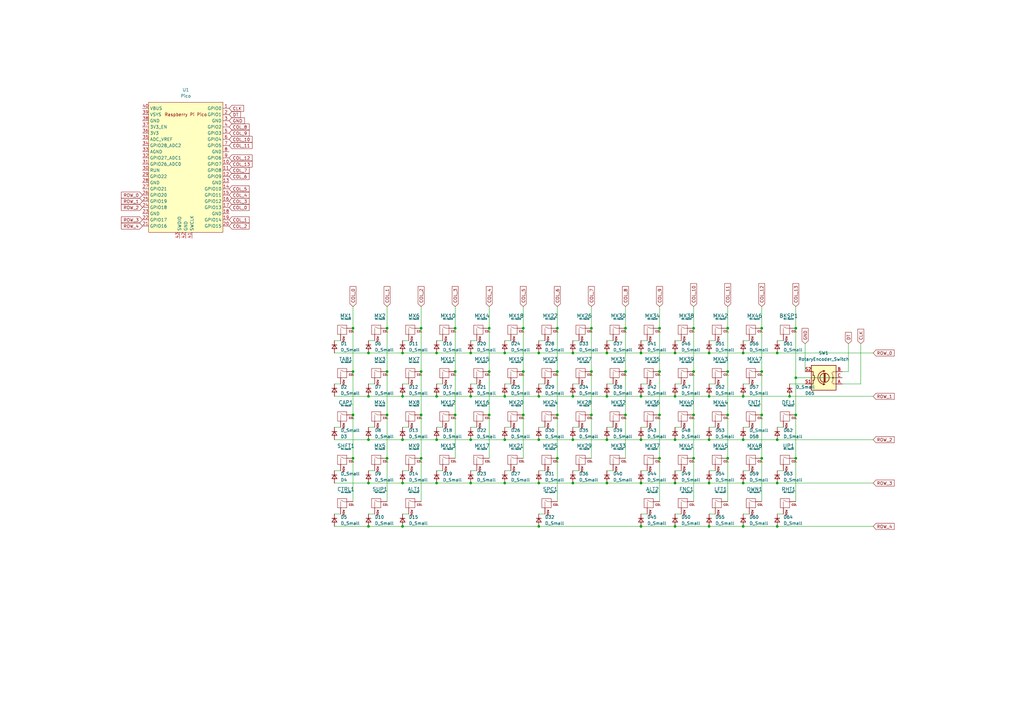
<source format=kicad_sch>
(kicad_sch (version 20211123) (generator eeschema)
  (paper "A3")
  (title_block (title "Orions Hands") (date "2022-10-07") (rev "1.0") (company "Aleksas Girenas"))
  (junction (at 220.98 215.9))
  (junction (at 298.45 134.62))
  (junction (at 207.01 162.56))
  (junction (at 144.78 187.96))
  (junction (at 248.92 198.12))
  (junction (at 248.92 162.56))
  (junction (at 262.89 198.12))
  (junction (at 220.98 198.12))
  (junction (at 242.57 134.62))
  (junction (at 144.78 134.62))
  (junction (at 298.45 152.4))
  (junction (at 165.1 162.56))
  (junction (at 193.04 162.56))
  (junction (at 165.1 215.9))
  (junction (at 318.77 144.78))
  (junction (at 151.13 215.9))
  (junction (at 270.51 152.4))
  (junction (at 256.54 134.62))
  (junction (at 326.39 187.96))
  (junction (at 276.86 180.34))
  (junction (at 312.42 187.96))
  (junction (at 270.51 170.18))
  (junction (at 326.39 154.94))
  (junction (at 228.6 152.4))
  (junction (at 270.51 187.96))
  (junction (at 304.8 162.56))
  (junction (at 262.89 215.9))
  (junction (at 276.86 198.12))
  (junction (at 186.69 134.62))
  (junction (at 144.78 170.18))
  (junction (at 276.86 144.78))
  (junction (at 207.01 198.12))
  (junction (at 312.42 134.62))
  (junction (at 234.95 198.12))
  (junction (at 304.8 144.78))
  (junction (at 228.6 187.96))
  (junction (at 172.72 187.96))
  (junction (at 144.78 152.4))
  (junction (at 179.07 180.34))
  (junction (at 304.8 215.9))
  (junction (at 284.48 152.4))
  (junction (at 165.1 198.12))
  (junction (at 179.07 162.56))
  (junction (at 318.77 215.9))
  (junction (at 220.98 162.56))
  (junction (at 298.45 170.18))
  (junction (at 262.89 180.34))
  (junction (at 234.95 180.34))
  (junction (at 242.57 152.4))
  (junction (at 193.04 180.34))
  (junction (at 165.1 180.34))
  (junction (at 248.92 180.34))
  (junction (at 234.95 144.78))
  (junction (at 284.48 134.62))
  (junction (at 326.39 170.18))
  (junction (at 290.83 144.78))
  (junction (at 228.6 134.62))
  (junction (at 151.13 144.78))
  (junction (at 312.42 152.4))
  (junction (at 256.54 170.18))
  (junction (at 172.72 134.62))
  (junction (at 158.75 134.62))
  (junction (at 151.13 162.56))
  (junction (at 262.89 144.78))
  (junction (at 284.48 170.18))
  (junction (at 248.92 144.78))
  (junction (at 172.72 152.4))
  (junction (at 228.6 170.18))
  (junction (at 207.01 180.34))
  (junction (at 214.63 134.62))
  (junction (at 158.75 170.18))
  (junction (at 158.75 187.96))
  (junction (at 276.86 162.56))
  (junction (at 242.57 170.18))
  (junction (at 234.95 162.56))
  (junction (at 179.07 144.78))
  (junction (at 318.77 198.12))
  (junction (at 284.48 187.96))
  (junction (at 304.8 180.34))
  (junction (at 214.63 152.4))
  (junction (at 290.83 180.34))
  (junction (at 200.66 170.18))
  (junction (at 193.04 198.12))
  (junction (at 207.01 144.78))
  (junction (at 186.69 152.4))
  (junction (at 290.83 198.12))
  (junction (at 270.51 134.62))
  (junction (at 290.83 215.9))
  (junction (at 304.8 198.12))
  (junction (at 312.42 170.18))
  (junction (at 262.89 162.56))
  (junction (at 186.69 170.18))
  (junction (at 220.98 180.34))
  (junction (at 318.77 180.34))
  (junction (at 326.39 134.62))
  (junction (at 151.13 198.12))
  (junction (at 290.83 162.56))
  (junction (at 158.75 152.4))
  (junction (at 200.66 152.4))
  (junction (at 256.54 152.4))
  (junction (at 323.85 162.56))
  (junction (at 220.98 144.78))
  (junction (at 214.63 170.18))
  (junction (at 193.04 144.78))
  (junction (at 151.13 180.34))
  (junction (at 165.1 144.78))
  (junction (at 172.72 170.18))
  (junction (at 276.86 215.9))
  (junction (at 179.07 198.12))
  (junction (at 298.45 187.96))
  (junction (at 200.66 134.62))
  (wire (pts (xy 172.72 187.96) (xy 172.72 205.74)))
  (wire (pts (xy 290.83 210.82) (xy 293.37 210.82)))
  (wire (pts (xy 298.45 170.18) (xy 298.45 187.96)))
  (wire (pts (xy 179.07 144.78) (xy 193.04 144.78)))
  (wire (pts (xy 234.95 162.56) (xy 248.92 162.56)))
  (wire (pts (xy 179.07 157.48) (xy 181.61 157.48)))
  (wire (pts (xy 276.86 193.04) (xy 279.4 193.04)))
  (wire (pts (xy 318.77 180.34) (xy 358.14 180.34)))
  (wire (pts (xy 200.66 125.73) (xy 200.66 134.62)))
  (wire (pts (xy 270.51 152.4) (xy 270.51 170.18)))
  (wire (pts (xy 298.45 125.73) (xy 298.45 134.62)))
  (wire (pts (xy 158.75 134.62) (xy 158.75 152.4)))
  (wire (pts (xy 179.07 180.34) (xy 193.04 180.34)))
  (wire (pts (xy 284.48 152.4) (xy 284.48 170.18)))
  (wire (pts (xy 323.85 157.48) (xy 330.2 157.48)))
  (wire (pts (xy 276.86 198.12) (xy 290.83 198.12)))
  (wire (pts (xy 172.72 134.62) (xy 172.72 152.4)))
  (wire (pts (xy 200.66 152.4) (xy 200.66 170.18)))
  (wire (pts (xy 242.57 134.62) (xy 242.57 152.4)))
  (wire (pts (xy 345.44 152.4) (xy 347.98 152.4)))
  (wire (pts (xy 242.57 125.73) (xy 242.57 134.62)))
  (wire (pts (xy 186.69 134.62) (xy 186.69 152.4)))
  (wire (pts (xy 262.89 162.56) (xy 276.86 162.56)))
  (wire (pts (xy 220.98 162.56) (xy 234.95 162.56)))
  (wire (pts (xy 248.92 180.34) (xy 262.89 180.34)))
  (wire (pts (xy 326.39 170.18) (xy 326.39 187.96)))
  (wire (pts (xy 312.42 170.18) (xy 312.42 187.96)))
  (wire (pts (xy 207.01 180.34) (xy 220.98 180.34)))
  (wire (pts (xy 151.13 193.04) (xy 153.67 193.04)))
  (wire (pts (xy 304.8 193.04) (xy 307.34 193.04)))
  (wire (pts (xy 312.42 187.96) (xy 312.42 205.74)))
  (wire (pts (xy 345.44 157.48) (xy 353.06 157.48)))
  (wire (pts (xy 137.16 162.56) (xy 151.13 162.56)))
  (wire (pts (xy 151.13 210.82) (xy 153.67 210.82)))
  (wire (pts (xy 248.92 157.48) (xy 251.46 157.48)))
  (wire (pts (xy 234.95 198.12) (xy 248.92 198.12)))
  (wire (pts (xy 318.77 193.04) (xy 321.31 193.04)))
  (wire (pts (xy 228.6 134.62) (xy 228.6 152.4)))
  (wire (pts (xy 165.1 180.34) (xy 179.07 180.34)))
  (wire (pts (xy 290.83 139.7) (xy 293.37 139.7)))
  (wire (pts (xy 179.07 198.12) (xy 193.04 198.12)))
  (wire (pts (xy 326.39 125.73) (xy 326.39 134.62)))
  (wire (pts (xy 220.98 210.82) (xy 223.52 210.82)))
  (wire (pts (xy 323.85 162.56) (xy 358.14 162.56)))
  (wire (pts (xy 276.86 139.7) (xy 279.4 139.7)))
  (wire (pts (xy 304.8 215.9) (xy 318.77 215.9)))
  (wire (pts (xy 318.77 210.82) (xy 321.31 210.82)))
  (wire (pts (xy 290.83 175.26) (xy 293.37 175.26)))
  (wire (pts (xy 144.78 134.62) (xy 144.78 152.4)))
  (wire (pts (xy 347.98 140.97) (xy 347.98 152.4)))
  (wire (pts (xy 151.13 157.48) (xy 153.67 157.48)))
  (wire (pts (xy 326.39 154.94) (xy 326.39 170.18)))
  (wire (pts (xy 312.42 125.73) (xy 312.42 134.62)))
  (wire (pts (xy 276.86 144.78) (xy 290.83 144.78)))
  (wire (pts (xy 193.04 139.7) (xy 195.58 139.7)))
  (wire (pts (xy 144.78 152.4) (xy 144.78 170.18)))
  (wire (pts (xy 298.45 134.62) (xy 298.45 152.4)))
  (wire (pts (xy 193.04 193.04) (xy 195.58 193.04)))
  (wire (pts (xy 220.98 198.12) (xy 234.95 198.12)))
  (wire (pts (xy 304.8 198.12) (xy 318.77 198.12)))
  (wire (pts (xy 151.13 198.12) (xy 165.1 198.12)))
  (wire (pts (xy 262.89 215.9) (xy 276.86 215.9)))
  (wire (pts (xy 158.75 152.4) (xy 158.75 170.18)))
  (wire (pts (xy 137.16 193.04) (xy 139.7 193.04)))
  (wire (pts (xy 137.16 215.9) (xy 151.13 215.9)))
  (wire (pts (xy 276.86 175.26) (xy 279.4 175.26)))
  (wire (pts (xy 330.2 140.97) (xy 330.2 152.4)))
  (wire (pts (xy 248.92 162.56) (xy 262.89 162.56)))
  (wire (pts (xy 234.95 193.04) (xy 237.49 193.04)))
  (wire (pts (xy 304.8 210.82) (xy 307.34 210.82)))
  (wire (pts (xy 165.1 162.56) (xy 179.07 162.56)))
  (wire (pts (xy 137.16 139.7) (xy 139.7 139.7)))
  (wire (pts (xy 290.83 180.34) (xy 304.8 180.34)))
  (wire (pts (xy 214.63 125.73) (xy 214.63 134.62)))
  (wire (pts (xy 207.01 162.56) (xy 220.98 162.56)))
  (wire (pts (xy 290.83 162.56) (xy 304.8 162.56)))
  (wire (pts (xy 358.14 198.12) (xy 318.77 198.12)))
  (wire (pts (xy 158.75 125.73) (xy 158.75 134.62)))
  (wire (pts (xy 179.07 175.26) (xy 181.61 175.26)))
  (wire (pts (xy 262.89 193.04) (xy 265.43 193.04)))
  (wire (pts (xy 290.83 144.78) (xy 304.8 144.78)))
  (wire (pts (xy 220.98 180.34) (xy 234.95 180.34)))
  (wire (pts (xy 151.13 144.78) (xy 165.1 144.78)))
  (wire (pts (xy 353.06 140.97) (xy 353.06 157.48)))
  (wire (pts (xy 312.42 134.62) (xy 312.42 152.4)))
  (wire (pts (xy 144.78 125.73) (xy 144.78 134.62)))
  (wire (pts (xy 207.01 175.26) (xy 209.55 175.26)))
  (wire (pts (xy 207.01 193.04) (xy 209.55 193.04)))
  (wire (pts (xy 256.54 170.18) (xy 256.54 187.96)))
  (wire (pts (xy 193.04 175.26) (xy 195.58 175.26)))
  (wire (pts (xy 220.98 215.9) (xy 262.89 215.9)))
  (wire (pts (xy 137.16 210.82) (xy 139.7 210.82)))
  (wire (pts (xy 228.6 170.18) (xy 228.6 187.96)))
  (wire (pts (xy 137.16 144.78) (xy 151.13 144.78)))
  (wire (pts (xy 179.07 193.04) (xy 181.61 193.04)))
  (wire (pts (xy 220.98 157.48) (xy 223.52 157.48)))
  (wire (pts (xy 284.48 134.62) (xy 284.48 152.4)))
  (wire (pts (xy 270.51 187.96) (xy 270.51 205.74)))
  (wire (pts (xy 172.72 125.73) (xy 172.72 134.62)))
  (wire (pts (xy 234.95 175.26) (xy 237.49 175.26)))
  (wire (pts (xy 234.95 144.78) (xy 248.92 144.78)))
  (wire (pts (xy 207.01 157.48) (xy 209.55 157.48)))
  (wire (pts (xy 158.75 187.96) (xy 158.75 205.74)))
  (wire (pts (xy 318.77 180.34) (xy 304.8 180.34)))
  (wire (pts (xy 290.83 157.48) (xy 293.37 157.48)))
  (wire (pts (xy 270.51 125.73) (xy 270.51 134.62)))
  (wire (pts (xy 151.13 180.34) (xy 165.1 180.34)))
  (wire (pts (xy 234.95 157.48) (xy 237.49 157.48)))
  (wire (pts (xy 318.77 144.78) (xy 358.14 144.78)))
  (wire (pts (xy 193.04 198.12) (xy 207.01 198.12)))
  (wire (pts (xy 262.89 157.48) (xy 265.43 157.48)))
  (wire (pts (xy 186.69 170.18) (xy 186.69 187.96)))
  (wire (pts (xy 276.86 157.48) (xy 279.4 157.48)))
  (wire (pts (xy 193.04 144.78) (xy 207.01 144.78)))
  (wire (pts (xy 262.89 210.82) (xy 265.43 210.82)))
  (wire (pts (xy 165.1 210.82) (xy 167.64 210.82)))
  (wire (pts (xy 165.1 139.7) (xy 167.64 139.7)))
  (wire (pts (xy 242.57 170.18) (xy 242.57 187.96)))
  (wire (pts (xy 200.66 170.18) (xy 200.66 187.96)))
  (wire (pts (xy 207.01 198.12) (xy 220.98 198.12)))
  (wire (pts (xy 165.1 198.12) (xy 179.07 198.12)))
  (wire (pts (xy 262.89 180.34) (xy 276.86 180.34)))
  (wire (pts (xy 326.39 187.96) (xy 326.39 205.74)))
  (wire (pts (xy 290.83 193.04) (xy 293.37 193.04)))
  (wire (pts (xy 165.1 215.9) (xy 220.98 215.9)))
  (wire (pts (xy 209.55 139.7) (xy 207.01 139.7)))
  (wire (pts (xy 326.39 154.94) (xy 345.44 154.94)))
  (wire (pts (xy 220.98 175.26) (xy 223.52 175.26)))
  (wire (pts (xy 284.48 187.96) (xy 284.48 205.74)))
  (wire (pts (xy 137.16 198.12) (xy 151.13 198.12)))
  (wire (pts (xy 298.45 152.4) (xy 298.45 170.18)))
  (wire (pts (xy 248.92 175.26) (xy 251.46 175.26)))
  (wire (pts (xy 248.92 144.78) (xy 262.89 144.78)))
  (wire (pts (xy 165.1 193.04) (xy 167.64 193.04)))
  (wire (pts (xy 276.86 162.56) (xy 290.83 162.56)))
  (wire (pts (xy 220.98 144.78) (xy 234.95 144.78)))
  (wire (pts (xy 318.77 139.7) (xy 321.31 139.7)))
  (wire (pts (xy 228.6 187.96) (xy 228.6 205.74)))
  (wire (pts (xy 193.04 162.56) (xy 207.01 162.56)))
  (wire (pts (xy 234.95 139.7) (xy 237.49 139.7)))
  (wire (pts (xy 193.04 180.34) (xy 207.01 180.34)))
  (wire (pts (xy 165.1 175.26) (xy 167.64 175.26)))
  (wire (pts (xy 298.45 187.96) (xy 298.45 205.74)))
  (wire (pts (xy 137.16 175.26) (xy 139.7 175.26)))
  (wire (pts (xy 262.89 144.78) (xy 276.86 144.78)))
  (wire (pts (xy 290.83 198.12) (xy 304.8 198.12)))
  (wire (pts (xy 276.86 210.82) (xy 279.4 210.82)))
  (wire (pts (xy 256.54 152.4) (xy 256.54 170.18)))
  (wire (pts (xy 153.67 139.7) (xy 151.13 139.7)))
  (wire (pts (xy 151.13 215.9) (xy 165.1 215.9)))
  (wire (pts (xy 220.98 139.7) (xy 223.52 139.7)))
  (wire (pts (xy 234.95 180.34) (xy 248.92 180.34)))
  (wire (pts (xy 304.8 144.78) (xy 318.77 144.78)))
  (wire (pts (xy 165.1 157.48) (xy 167.64 157.48)))
  (wire (pts (xy 284.48 170.18) (xy 284.48 187.96)))
  (wire (pts (xy 165.1 144.78) (xy 179.07 144.78)))
  (wire (pts (xy 179.07 139.7) (xy 181.61 139.7)))
  (wire (pts (xy 318.77 175.26) (xy 321.31 175.26)))
  (wire (pts (xy 172.72 152.4) (xy 172.72 170.18)))
  (wire (pts (xy 270.51 134.62) (xy 270.51 152.4)))
  (wire (pts (xy 276.86 180.34) (xy 290.83 180.34)))
  (wire (pts (xy 144.78 187.96) (xy 144.78 205.74)))
  (wire (pts (xy 304.8 162.56) (xy 323.85 162.56)))
  (wire (pts (xy 290.83 215.9) (xy 304.8 215.9)))
  (wire (pts (xy 318.77 215.9) (xy 358.14 215.9)))
  (wire (pts (xy 151.13 175.26) (xy 153.67 175.26)))
  (wire (pts (xy 214.63 152.4) (xy 214.63 170.18)))
  (wire (pts (xy 312.42 152.4) (xy 312.42 170.18)))
  (wire (pts (xy 186.69 125.73) (xy 186.69 134.62)))
  (wire (pts (xy 179.07 162.56) (xy 193.04 162.56)))
  (wire (pts (xy 220.98 193.04) (xy 223.52 193.04)))
  (wire (pts (xy 284.48 125.73) (xy 284.48 134.62)))
  (wire (pts (xy 304.8 157.48) (xy 307.34 157.48)))
  (wire (pts (xy 158.75 170.18) (xy 158.75 187.96)))
  (wire (pts (xy 214.63 170.18) (xy 214.63 187.96)))
  (wire (pts (xy 193.04 157.48) (xy 195.58 157.48)))
  (wire (pts (xy 228.6 152.4) (xy 228.6 170.18)))
  (wire (pts (xy 172.72 170.18) (xy 172.72 187.96)))
  (wire (pts (xy 214.63 134.62) (xy 214.63 152.4)))
  (wire (pts (xy 248.92 193.04) (xy 251.46 193.04)))
  (wire (pts (xy 200.66 134.62) (xy 200.66 152.4)))
  (wire (pts (xy 256.54 134.62) (xy 256.54 152.4)))
  (wire (pts (xy 248.92 198.12) (xy 262.89 198.12)))
  (wire (pts (xy 270.51 170.18) (xy 270.51 187.96)))
  (wire (pts (xy 242.57 152.4) (xy 242.57 170.18)))
  (wire (pts (xy 262.89 175.26) (xy 265.43 175.26)))
  (wire (pts (xy 276.86 215.9) (xy 290.83 215.9)))
  (wire (pts (xy 262.89 139.7) (xy 265.43 139.7)))
  (wire (pts (xy 144.78 170.18) (xy 144.78 187.96)))
  (wire (pts (xy 304.8 139.7) (xy 307.34 139.7)))
  (wire (pts (xy 262.89 198.12) (xy 276.86 198.12)))
  (wire (pts (xy 304.8 175.26) (xy 307.34 175.26)))
  (wire (pts (xy 326.39 134.62) (xy 326.39 154.94)))
  (wire (pts (xy 137.16 157.48) (xy 139.7 157.48)))
  (wire (pts (xy 256.54 125.73) (xy 256.54 134.62)))
  (wire (pts (xy 228.6 125.73) (xy 228.6 134.62)))
  (wire (pts (xy 137.16 180.34) (xy 151.13 180.34)))
  (wire (pts (xy 186.69 152.4) (xy 186.69 170.18)))
  (wire (pts (xy 151.13 162.56) (xy 165.1 162.56)))
  (wire (pts (xy 248.92 139.7) (xy 251.46 139.7)))
  (wire (pts (xy 207.01 144.78) (xy 220.98 144.78)))
  (global_label "ROW_0" (shape input) (at 58.42 80.01 180) (property "Intersheet References" "${INTERSHEET_REFS}" (effects hide)))
  (global_label "COL_5" (shape input) (at 214.63 125.73 90) (property "Intersheet References" "${INTERSHEET_REFS}" (effects hide)))
  (global_label "COL_11" (shape input) (at 93.98 59.69 0) (property "Intersheet References" "${INTERSHEET_REFS}" (effects hide)))
  (global_label "ROW_0" (shape input) (at 358.14 144.78 0) (property "Intersheet References" "${INTERSHEET_REFS}" (effects hide)))
  (global_label "COL_2" (shape input) (at 93.98 92.71 0) (property "Intersheet References" "${INTERSHEET_REFS}" (effects hide)))
  (global_label "DT" (shape input) (at 93.98 46.99 0) (property "Intersheet References" "${INTERSHEET_REFS}" (effects hide)))
  (global_label "COL_6" (shape input) (at 228.6 125.73 90) (property "Intersheet References" "${INTERSHEET_REFS}" (effects hide)))
  (global_label "COL_2" (shape input) (at 172.72 125.73 90) (property "Intersheet References" "${INTERSHEET_REFS}" (effects hide)))
  (global_label "COL_5" (shape input) (at 93.98 77.47 0) (property "Intersheet References" "${INTERSHEET_REFS}" (effects hide)))
  (global_label "COL_3" (shape input) (at 186.69 125.73 90) (property "Intersheet References" "${INTERSHEET_REFS}" (effects hide)))
  (global_label "COL_3" (shape input) (at 93.98 82.55 0) (property "Intersheet References" "${INTERSHEET_REFS}" (effects hide)))
  (global_label "ROW_4" (shape input) (at 58.42 92.71 180) (property "Intersheet References" "${INTERSHEET_REFS}" (effects hide)))
  (global_label "COL_11" (shape input) (at 298.45 125.73 90) (property "Intersheet References" "${INTERSHEET_REFS}" (effects hide)))
  (global_label "COL_0" (shape input) (at 93.98 85.09 0) (property "Intersheet References" "${INTERSHEET_REFS}" (effects hide)))
  (global_label "COL_8" (shape input) (at 256.54 125.73 90) (property "Intersheet References" "${INTERSHEET_REFS}" (effects hide)))
  (global_label "CLK" (shape input) (at 353.06 140.97 90) (property "Intersheet References" "${INTERSHEET_REFS}" (effects hide)))
  (global_label "COL_0" (shape input) (at 144.78 125.73 90) (property "Intersheet References" "${INTERSHEET_REFS}" (effects hide)))
  (global_label "COL_9" (shape input) (at 270.51 125.73 90) (property "Intersheet References" "${INTERSHEET_REFS}" (effects hide)))
  (global_label "COL_4" (shape input) (at 93.98 80.01 0) (property "Intersheet References" "${INTERSHEET_REFS}" (effects hide)))
  (global_label "COL_10" (shape input) (at 93.98 57.15 0) (property "Intersheet References" "${INTERSHEET_REFS}" (effects hide)))
  (global_label "ROW_1" (shape input) (at 358.14 162.56 0) (property "Intersheet References" "${INTERSHEET_REFS}" (effects hide)))
  (global_label "COL_10" (shape input) (at 284.48 125.73 90) (property "Intersheet References" "${INTERSHEET_REFS}" (effects hide)))
  (global_label "COL_1" (shape input) (at 158.75 125.73 90) (property "Intersheet References" "${INTERSHEET_REFS}" (effects hide)))
  (global_label "DT" (shape input) (at 347.98 140.97 90) (property "Intersheet References" "${INTERSHEET_REFS}" (effects hide)))
  (global_label "COL_7" (shape input) (at 242.57 125.73 90) (property "Intersheet References" "${INTERSHEET_REFS}" (effects hide)))
  (global_label "COL_6" (shape input) (at 93.98 72.39 0) (property "Intersheet References" "${INTERSHEET_REFS}" (effects hide)))
  (global_label "ROW_4" (shape input) (at 358.14 215.9 0) (property "Intersheet References" "${INTERSHEET_REFS}" (effects hide)))
  (global_label "GND" (shape input) (at 330.2 140.97 90) (property "Intersheet References" "${INTERSHEET_REFS}" (effects hide)))
  (global_label "GND" (shape input) (at 93.98 49.53 0) (property "Intersheet References" "${INTERSHEET_REFS}" (effects hide)))
  (global_label "COL_4" (shape input) (at 200.66 125.73 90) (property "Intersheet References" "${INTERSHEET_REFS}" (effects hide)))
  (global_label "ROW_1" (shape input) (at 58.42 82.55 180) (property "Intersheet References" "${INTERSHEET_REFS}" (effects hide)))
  (global_label "ROW_3" (shape input) (at 58.42 90.17 180) (property "Intersheet References" "${INTERSHEET_REFS}" (effects hide)))
  (global_label "COL_9" (shape input) (at 93.98 54.61 0) (property "Intersheet References" "${INTERSHEET_REFS}" (effects hide)))
  (global_label "COL_12" (shape input) (at 312.42 125.73 90) (property "Intersheet References" "${INTERSHEET_REFS}" (effects hide)))
  (global_label "ROW_2" (shape input) (at 358.14 180.34 0) (property "Intersheet References" "${INTERSHEET_REFS}" (effects hide)))
  (global_label "COL_13" (shape input) (at 326.39 125.73 90) (property "Intersheet References" "${INTERSHEET_REFS}" (effects hide)))
  (global_label "CLK" (shape input) (at 93.98 44.45 0) (property "Intersheet References" "${INTERSHEET_REFS}" (effects hide)))
  (global_label "COL_13" (shape input) (at 93.98 67.31 0) (property "Intersheet References" "${INTERSHEET_REFS}" (effects hide)))
  (global_label "COL_1" (shape input) (at 93.98 90.17 0) (property "Intersheet References" "${INTERSHEET_REFS}" (effects hide)))
  (global_label "ROW_2" (shape input) (at 58.42 85.09 180) (property "Intersheet References" "${INTERSHEET_REFS}" (effects hide)))
  (global_label "ROW_3" (shape input) (at 358.14 198.12 0) (property "Intersheet References" "${INTERSHEET_REFS}" (effects hide)))
  (global_label "COL_7" (shape input) (at 93.98 69.85 0) (property "Intersheet References" "${INTERSHEET_REFS}" (effects hide)))
  (global_label "COL_8" (shape input) (at 93.98 52.07 0) (property "Intersheet References" "${INTERSHEET_REFS}" (effects hide)))
  (global_label "COL_12" (shape input) (at 93.98 64.77 0) (property "Intersheet References" "${INTERSHEET_REFS}" (effects hide)))
  (symbol (lib_id "Device:D_Small") (at 318.77 195.58 90) (mirror x) (unit 1)
    (property "Reference" "D63" (at 321.31 194.3099 90) (effects (justify right)))
    (property "Value" "D_Small" (at 321.31 196.8499 90) (effects (justify right)))
    (property "Footprint" "Diode_SMD:D_SOD-123" (effects hide))
  )
  (symbol (lib_id "Device:D_Small") (at 304.8 177.8 90) (mirror x) (unit 1)
    (property "Reference" "D58" (at 307.34 179.0701 90) (effects (justify right)))
    (property "Value" "D_Small" (at 307.34 176.5301 90) (effects (justify right)))
    (property "Footprint" "Diode_SMD:D_SOD-123" (effects hide))
  )
  (symbol (lib_id "Device:D_Small") (at 304.8 142.24 90) (mirror x) (unit 1)
    (property "Reference" "D56" (at 307.34 140.9699 90) (effects (justify right)))
    (property "Value" "D_Small" (at 307.34 143.5099 90) (effects (justify right)))
    (property "Footprint" "Diode_SMD:D_SOD-123" (effects hide))
  )
  (symbol (lib_id "Device:D_Small") (at 165.1 142.24 90) (mirror x) (unit 1)
    (property "Reference" "D11" (at 167.64 140.9699 90) (effects (justify right)))
    (property "Value" "D_Small" (at 167.64 143.5099 90) (effects (justify right)))
    (property "Footprint" "Diode_SMD:D_SOD-123" (effects hide))
  )
  (symbol (lib_id "Device:D_Small") (at 193.04 177.8 90) (mirror x) (unit 1)
    (property "Reference" "D22" (at 195.58 176.5299 90) (effects (justify right)))
    (property "Value" "D_Small" (at 195.58 179.0699 90) (effects (justify right)))
    (property "Footprint" "Diode_SMD:D_SOD-123" (effects hide))
  )
  (symbol (lib_id "MX_Alps_Hybrid:MX-NoLED") (at 224.79 135.89 0) (unit 1)
    (property "Reference" "MX22" (at 225.6756 129.54 0) (effects (font (size 1.524 1.524))))
    (property "Value" "MX-NoLED" (at 225.6756 130.81 0) (effects (font (size 0.508 0.508))))
    (property "Footprint" "Button_Switch_Keyboard:SW_Cherry_MX_1.00u_PCB" (effects hide))
  )
  (symbol (lib_id "Device:D_Small") (at 276.86 160.02 90) (mirror x) (unit 1)
    (property "Reference" "D47" (at 279.4 158.7499 90) (effects (justify right)))
    (property "Value" "D_Small" (at 279.4 161.2899 90) (effects (justify right)))
    (property "Footprint" "Diode_SMD:D_SOD-123" (effects hide))
  )
  (symbol (lib_id "Device:D_Small") (at 151.13 213.36 90) (mirror x) (unit 1)
    (property "Reference" "D10" (at 153.67 212.0899 90) (effects (justify right)))
    (property "Value" "D_Small" (at 153.67 214.6299 90) (effects (justify right)))
    (property "Footprint" "Diode_SMD:D_SOD-123" (effects hide))
  )
  (symbol (lib_id "MX_Alps_Hybrid:MX-NoLED") (at 280.67 189.23 0) (unit 1)
    (property "Reference" "MX41" (at 281.5556 182.88 0) (effects (font (size 1.524 1.524))))
    (property "Value" "MX-NoLED" (at 281.5556 184.15 0) (effects (font (size 0.508 0.508))))
    (property "Footprint" "Button_Switch_Keyboard:SW_Cherry_MX_1.00u_PCB" (effects hide))
  )
  (symbol (lib_id "Device:D_Small") (at 304.8 160.02 90) (mirror x) (unit 1)
    (property "Reference" "D57" (at 307.34 158.7499 90) (effects (justify right)))
    (property "Value" "D_Small" (at 307.34 161.2899 90) (effects (justify right)))
    (property "Footprint" "Diode_SMD:D_SOD-123" (effects hide))
  )
  (symbol (lib_id "Device:D_Small") (at 165.1 177.8 90) (mirror x) (unit 1)
    (property "Reference" "D13" (at 167.64 176.5299 90) (effects (justify right)))
    (property "Value" "D_Small" (at 167.64 179.0699 90) (effects (justify right)))
    (property "Footprint" "Diode_SMD:D_SOD-123" (effects hide))
  )
  (symbol (lib_id "Device:D_Small") (at 276.86 213.36 90) (mirror x) (unit 1)
    (property "Reference" "D50" (at 279.4 212.0899 90) (effects (justify right)))
    (property "Value" "D_Small" (at 279.4 214.6299 90) (effects (justify right)))
    (property "Footprint" "Diode_SMD:D_SOD-123" (effects hide))
  )
  (symbol (lib_id "MX_Alps_Hybrid:MX-NoLED") (at 196.85 135.89 0) (unit 1)
    (property "Reference" "MX14" (at 197.7356 129.54 0) (effects (font (size 1.524 1.524))))
    (property "Value" "MX-NoLED" (at 197.7356 130.81 0) (effects (font (size 0.508 0.508))))
    (property "Footprint" "Button_Switch_Keyboard:SW_Cherry_MX_1.00u_PCB" (effects hide))
  )
  (symbol (lib_id "Device:D_Small") (at 318.77 177.8 90) (mirror x) (unit 1)
    (property "Reference" "D62" (at 321.31 176.5299 90) (effects (justify right)))
    (property "Value" "D_Small" (at 321.31 179.0699 90) (effects (justify right)))
    (property "Footprint" "Diode_SMD:D_SOD-123" (effects hide))
  )
  (symbol (lib_id "Device:D_Small") (at 234.95 142.24 90) (mirror x) (unit 1)
    (property "Reference" "D33" (at 237.49 140.9699 90) (effects (justify right)))
    (property "Value" "D_Small" (at 237.49 143.5099 90) (effects (justify right)))
    (property "Footprint" "Diode_SMD:D_SOD-123" (effects hide))
  )
  (symbol (lib_id "Device:D_Small") (at 137.16 160.02 90) (mirror x) (unit 1)
    (property "Reference" "D2" (at 139.7 158.7499 90) (effects (justify right)))
    (property "Value" "D_Small" (at 139.7 161.2899 90) (effects (justify right)))
    (property "Footprint" "Diode_SMD:D_SOD-123" (effects hide))
  )
  (symbol (lib_id "Device:D_Small") (at 179.07 177.8 90) (mirror x) (unit 1)
    (property "Reference" "D18" (at 181.61 176.5299 90) (effects (justify right)))
    (property "Value" "D_Small" (at 181.61 179.0699 90) (effects (justify right)))
    (property "Footprint" "Diode_SMD:D_SOD-123" (effects hide))
  )
  (symbol (lib_id "Device:D_Small") (at 179.07 160.02 90) (mirror x) (unit 1)
    (property "Reference" "D17" (at 181.61 158.7499 90) (effects (justify right)))
    (property "Value" "D_Small" (at 181.61 161.2899 90) (effects (justify right)))
    (property "Footprint" "Diode_SMD:D_SOD-123" (effects hide))
  )
  (symbol (lib_id "Device:D_Small") (at 290.83 142.24 90) (mirror x) (unit 1)
    (property "Reference" "D51" (at 293.37 140.9699 90) (effects (justify right)))
    (property "Value" "D_Small" (at 293.37 143.5099 90) (effects (justify right)))
    (property "Footprint" "Diode_SMD:D_SOD-123" (effects hide))
  )
  (symbol (lib_id "Device:D_Small") (at 220.98 195.58 90) (mirror x) (unit 1)
    (property "Reference" "D31" (at 223.52 194.3099 90) (effects (justify right)))
    (property "Value" "D_Small" (at 223.52 196.8499 90) (effects (justify right)))
    (property "Footprint" "Diode_SMD:D_SOD-123" (effects hide))
  )
  (symbol (lib_id "Device:D_Small") (at 137.16 142.24 90) (mirror x) (unit 1)
    (property "Reference" "D1" (at 139.7 140.9699 90) (effects (justify right)))
    (property "Value" "D_Small" (at 139.7 143.5099 90) (effects (justify right)))
    (property "Footprint" "Diode_SMD:D_SOD-123" (effects hide))
  )
  (symbol (lib_id "Device:D_Small") (at 262.89 177.8 90) (mirror x) (unit 1)
    (property "Reference" "D43" (at 265.43 176.5299 90) (effects (justify right)))
    (property "Value" "D_Small" (at 265.43 179.0699 90) (effects (justify right)))
    (property "Footprint" "Diode_SMD:D_SOD-123" (effects hide))
  )
  (symbol (lib_id "Device:D_Small") (at 207.01 142.24 90) (mirror x) (unit 1)
    (property "Reference" "D24" (at 209.55 140.9699 90) (effects (justify right)))
    (property "Value" "D_Small" (at 209.55 143.5099 90) (effects (justify right)))
    (property "Footprint" "Diode_SMD:D_SOD-123" (effects hide))
  )
  (symbol (lib_id "MX_Alps_Hybrid:MX-NoLED") (at 154.94 171.45 0) (unit 1)
    (property "Reference" "MX4" (at 155.8256 165.1 0) (effects (font (size 1.524 1.524))))
    (property "Value" "MX-NoLED" (at 155.8256 166.37 0) (effects (font (size 0.508 0.508))))
    (property "Footprint" "Button_Switch_Keyboard:SW_Cherry_MX_1.00u_PCB" (effects hide))
  )
  (symbol (lib_id "Device:D_Small") (at 207.01 195.58 90) (mirror x) (unit 1)
    (property "Reference" "D27" (at 209.55 194.3099 90) (effects (justify right)))
    (property "Value" "D_Small" (at 209.55 196.8499 90) (effects (justify right)))
    (property "Footprint" "Diode_SMD:D_SOD-123" (effects hide))
  )
  (symbol (lib_id "MX_Alps_Hybrid:MX-NoLED") (at 252.73 153.67 0) (unit 1)
    (property "Reference" "MX31" (at 253.6156 147.32 0) (effects (font (size 1.524 1.524))))
    (property "Value" "MX-NoLED" (at 253.6156 148.59 0) (effects (font (size 0.508 0.508))))
    (property "Footprint" "Button_Switch_Keyboard:SW_Cherry_MX_1.00u_PCB" (effects hide))
  )
  (symbol (lib_id "MX_Alps_Hybrid:MX-NoLED") (at 252.73 189.23 0) (unit 1)
    (property "Reference" "MX33" (at 253.6156 182.88 0) (effects (font (size 1.524 1.524))))
    (property "Value" "MX-NoLED" (at 253.6156 184.15 0) (effects (font (size 0.508 0.508))))
    (property "Footprint" "Button_Switch_Keyboard:SW_Cherry_MX_1.00u_PCB" (effects hide))
  )
  (symbol (lib_id "Device:D_Small") (at 248.92 142.24 90) (mirror x) (unit 1)
    (property "Reference" "D37" (at 251.46 140.9699 90) (effects (justify right)))
    (property "Value" "D_Small" (at 251.46 143.5099 90) (effects (justify right)))
    (property "Footprint" "Diode_SMD:D_SOD-123" (effects hide))
  )
  (symbol (lib_id "MX_Alps_Hybrid:MX-NoLED") (at 182.88 171.45 0) (unit 1)
    (property "Reference" "MX12" (at 183.7656 165.1 0) (effects (font (size 1.524 1.524))))
    (property "Value" "MX-NoLED" (at 183.7656 166.37 0) (effects (font (size 0.508 0.508))))
    (property "Footprint" "Button_Switch_Keyboard:SW_Cherry_MX_1.00u_PCB" (effects hide))
  )
  (symbol (lib_id "Device:D_Small") (at 262.89 160.02 90) (mirror x) (unit 1)
    (property "Reference" "D42" (at 265.43 158.7499 90) (effects (justify right)))
    (property "Value" "D_Small" (at 265.43 161.2899 90) (effects (justify right)))
    (property "Footprint" "Diode_SMD:D_SOD-123" (effects hide))
  )
  (symbol (lib_id "Device:D_Small") (at 248.92 195.58 90) (mirror x) (unit 1)
    (property "Reference" "D40" (at 251.46 194.3099 90) (effects (justify right)))
    (property "Value" "D_Small" (at 251.46 196.8499 90) (effects (justify right)))
    (property "Footprint" "Diode_SMD:D_SOD-123" (effects hide))
  )
  (symbol (lib_id "Device:D_Small") (at 304.8 213.36 90) (mirror x) (unit 1)
    (property "Reference" "D60" (at 307.34 212.0899 90) (effects (justify right)))
    (property "Value" "D_Small" (at 307.34 214.6299 90) (effects (justify right)))
    (property "Footprint" "Diode_SMD:D_SOD-123" (effects hide))
  )
  (symbol (lib_id "Device:D_Small") (at 323.85 160.02 90) (mirror x) (unit 1)
    (property "Reference" "D65" (at 330.2 161.2901 90) (effects (justify right)))
    (property "Value" "D_Small" (at 326.39 158.7501 90) (effects (justify right)))
    (property "Footprint" "Diode_SMD:D_SOD-123" (effects hide))
  )
  (symbol (lib_id "MX_Alps_Hybrid:MX-NoLED") (at 294.64 189.23 0) (unit 1)
    (property "Reference" "MX45" (at 295.5256 182.88 0) (effects (font (size 1.524 1.524))))
    (property "Value" "MX-NoLED" (at 295.5256 184.15 0) (effects (font (size 0.508 0.508))))
    (property "Footprint" "Button_Switch_Keyboard:SW_Cherry_MX_1.00u_PCB" (effects hide))
  )
  (symbol (lib_id "MX_Alps_Hybrid:MX-NoLED") (at 266.7 135.89 0) (unit 1)
    (property "Reference" "MX34" (at 267.5856 129.54 0) (effects (font (size 1.524 1.524))))
    (property "Value" "MX-NoLED" (at 267.5856 130.81 0) (effects (font (size 0.508 0.508))))
    (property "Footprint" "Button_Switch_Keyboard:SW_Cherry_MX_1.00u_PCB" (effects hide))
  )
  (symbol (lib_id "MX_Alps_Hybrid:MX-NoLED") (at 252.73 135.89 0) (unit 1)
    (property "Reference" "MX30" (at 253.6156 129.54 0) (effects (font (size 1.524 1.524))))
    (property "Value" "MX-NoLED" (at 253.6156 130.81 0) (effects (font (size 0.508 0.508))))
    (property "Footprint" "Button_Switch_Keyboard:SW_Cherry_MX_1.00u_PCB" (effects hide))
  )
  (symbol (lib_id "MX_Alps_Hybrid:MX-NoLED") (at 252.73 171.45 0) (unit 1)
    (property "Reference" "MX32" (at 253.6156 165.1 0) (effects (font (size 1.524 1.524))))
    (property "Value" "MX-NoLED" (at 253.6156 166.37 0) (effects (font (size 0.508 0.508))))
    (property "Footprint" "Button_Switch_Keyboard:SW_Cherry_MX_1.00u_PCB" (effects hide))
  )
  (symbol (lib_id "Device:D_Small") (at 193.04 142.24 90) (mirror x) (unit 1)
    (property "Reference" "D20" (at 195.58 140.9699 90) (effects (justify right)))
    (property "Value" "D_Small" (at 195.58 143.5099 90) (effects (justify right)))
    (property "Footprint" "Diode_SMD:D_SOD-123" (effects hide))
  )
  (symbol (lib_id "Device:D_Small") (at 151.13 177.8 90) (mirror x) (unit 1)
    (property "Reference" "D8" (at 153.67 176.5299 90) (effects (justify right)))
    (property "Value" "D_Small" (at 153.67 179.0699 90) (effects (justify right)))
    (property "Footprint" "Diode_SMD:D_SOD-123" (effects hide))
  )
  (symbol (lib_id "MX_Alps_Hybrid:MX-NoLED") (at 168.91 189.23 0) (unit 1)
    (property "Reference" "MX9" (at 169.7956 182.88 0) (effects (font (size 1.524 1.524))))
    (property "Value" "MX-NoLED" (at 169.7956 184.15 0) (effects (font (size 0.508 0.508))))
    (property "Footprint" "Button_Switch_Keyboard:SW_Cherry_MX_1.00u_PCB" (effects hide))
  )
  (symbol (lib_id "MX_Alps_Hybrid:MX-NoLED") (at 224.79 153.67 0) (unit 1)
    (property "Reference" "MX23" (at 225.6756 147.32 0) (effects (font (size 1.524 1.524))))
    (property "Value" "MX-NoLED" (at 225.6756 148.59 0) (effects (font (size 0.508 0.508))))
    (property "Footprint" "Button_Switch_Keyboard:SW_Cherry_MX_1.00u_PCB" (effects hide))
  )
  (symbol (lib_id "MX_Alps_Hybrid:MX-NoLED") (at 168.91 153.67 0) (unit 1)
    (property "Reference" "MX7" (at 169.7956 147.32 0) (effects (font (size 1.524 1.524))))
    (property "Value" "MX-NoLED" (at 169.7956 148.59 0) (effects (font (size 0.508 0.508))))
    (property "Footprint" "Button_Switch_Keyboard:SW_Cherry_MX_1.00u_PCB" (effects hide))
  )
  (symbol (lib_id "MX_Alps_Hybrid:MX-NoLED") (at 140.97 207.01 0) (unit 1)
    (property "Reference" "CTRL1" (at 141.8556 200.66 0) (effects (font (size 1.524 1.524))))
    (property "Value" "MX-NoLED" (at 141.8556 201.93 0) (effects (font (size 0.508 0.508))))
    (property "Footprint" "Button_Switch_Keyboard:SW_Cherry_MX_1.25u_PCB" (effects hide))
  )
  (symbol (lib_id "Device:D_Small") (at 248.92 160.02 90) (mirror x) (unit 1)
    (property "Reference" "D38" (at 251.46 158.7499 90) (effects (justify right)))
    (property "Value" "D_Small" (at 251.46 161.2899 90) (effects (justify right)))
    (property "Footprint" "Diode_SMD:D_SOD-123" (effects hide))
  )
  (symbol (lib_id "MX_Alps_Hybrid:MX-NoLED") (at 210.82 153.67 0) (unit 1)
    (property "Reference" "MX19" (at 211.7056 147.32 0) (effects (font (size 1.524 1.524))))
    (property "Value" "MX-NoLED" (at 211.7056 148.59 0) (effects (font (size 0.508 0.508))))
    (property "Footprint" "Button_Switch_Keyboard:SW_Cherry_MX_1.00u_PCB" (effects hide))
  )
  (symbol (lib_id "Device:D_Small") (at 207.01 177.8 90) (mirror x) (unit 1)
    (property "Reference" "D26" (at 209.55 176.5299 90) (effects (justify right)))
    (property "Value" "D_Small" (at 209.55 179.0699 90) (effects (justify right)))
    (property "Footprint" "Diode_SMD:D_SOD-123" (effects hide))
  )
  (symbol (lib_id "Device:D_Small") (at 234.95 160.02 90) (mirror x) (unit 1)
    (property "Reference" "D34" (at 237.49 158.7499 90) (effects (justify right)))
    (property "Value" "D_Small" (at 237.49 161.2899 90) (effects (justify right)))
    (property "Footprint" "Diode_SMD:D_SOD-123" (effects hide))
  )
  (symbol (lib_id "Device:D_Small") (at 262.89 195.58 90) (mirror x) (unit 1)
    (property "Reference" "D44" (at 265.43 194.3099 90) (effects (justify right)))
    (property "Value" "D_Small" (at 265.43 196.8499 90) (effects (justify right)))
    (property "Footprint" "Diode_SMD:D_SOD-123" (effects hide))
  )
  (symbol (lib_id "MX_Alps_Hybrid:MX-NoLED") (at 322.58 135.89 0) (unit 1)
    (property "Reference" "BKSP1" (at 323.4656 129.54 0) (effects (font (size 1.524 1.524))))
    (property "Value" "MX-NoLED" (at 323.4656 130.81 0) (effects (font (size 0.508 0.508))))
    (property "Footprint" "Button_Switch_Keyboard:SW_Cherry_MX_1.50u_PCB" (effects hide))
  )
  (symbol (lib_id "Device:D_Small") (at 290.83 195.58 90) (mirror x) (unit 1)
    (property "Reference" "D54" (at 293.37 194.3099 90) (effects (justify right)))
    (property "Value" "D_Small" (at 293.37 196.8499 90) (effects (justify right)))
    (property "Footprint" "Diode_SMD:D_SOD-123" (effects hide))
  )
  (symbol (lib_id "MX_Alps_Hybrid:MX-NoLED") (at 280.67 207.01 0) (unit 1)
    (property "Reference" "FNC1" (at 281.5556 200.66 0) (effects (font (size 1.524 1.524))))
    (property "Value" "MX-NoLED" (at 281.5556 201.93 0) (effects (font (size 0.508 0.508))))
    (property "Footprint" "Button_Switch_Keyboard:SW_Cherry_MX_1.25u_PCB" (effects hide))
  )
  (symbol (lib_id "MX_Alps_Hybrid:MX-NoLED") (at 294.64 207.01 0) (unit 1)
    (property "Reference" "LFT1" (at 295.5256 200.66 0) (effects (font (size 1.524 1.524))))
    (property "Value" "MX-NoLED" (at 295.5256 201.93 0) (effects (font (size 0.508 0.508))))
    (property "Footprint" "Button_Switch_Keyboard:SW_Cherry_MX_1.00u_PCB" (effects hide))
  )
  (symbol (lib_id "MX_Alps_Hybrid:MX-NoLED") (at 280.67 171.45 0) (unit 1)
    (property "Reference" "MX40" (at 281.5556 165.1 0) (effects (font (size 1.524 1.524))))
    (property "Value" "MX-NoLED" (at 281.5556 166.37 0) (effects (font (size 0.508 0.508))))
    (property "Footprint" "Button_Switch_Keyboard:SW_Cherry_MX_1.00u_PCB" (effects hide))
  )
  (symbol (lib_id "MX_Alps_Hybrid:MX-NoLED") (at 140.97 153.67 0) (unit 1)
    (property "Reference" "TAB1" (at 141.8556 147.32 0) (effects (font (size 1.524 1.524))))
    (property "Value" "MX-NoLED" (at 141.8556 148.59 0) (effects (font (size 0.508 0.508))))
    (property "Footprint" "Button_Switch_Keyboard:SW_Cherry_MX_1.50u_PCB" (effects hide))
  )
  (symbol (lib_id "MX_Alps_Hybrid:MX-NoLED") (at 224.79 189.23 0) (unit 1)
    (property "Reference" "MX25" (at 225.6756 182.88 0) (effects (font (size 1.524 1.524))))
    (property "Value" "MX-NoLED" (at 225.6756 184.15 0) (effects (font (size 0.508 0.508))))
    (property "Footprint" "Button_Switch_Keyboard:SW_Cherry_MX_1.00u_PCB" (effects hide))
  )
  (symbol (lib_id "Device:D_Small") (at 248.92 177.8 90) (mirror x) (unit 1)
    (property "Reference" "D39" (at 251.46 176.5299 90) (effects (justify right)))
    (property "Value" "D_Small" (at 251.46 179.0699 90) (effects (justify right)))
    (property "Footprint" "Diode_SMD:D_SOD-123" (effects hide))
  )
  (symbol (lib_id "Device:D_Small") (at 137.16 213.36 90) (mirror x) (unit 1)
    (property "Reference" "D5" (at 139.7 212.0899 90) (effects (justify right)))
    (property "Value" "D_Small" (at 139.7 214.6299 90) (effects (justify right)))
    (property "Footprint" "Diode_SMD:D_SOD-123" (effects hide))
  )
  (symbol (lib_id "MX_Alps_Hybrid:MX-NoLED") (at 168.91 171.45 0) (unit 1)
    (property "Reference" "MX8" (at 169.7956 165.1 0) (effects (font (size 1.524 1.524))))
    (property "Value" "MX-NoLED" (at 169.7956 166.37 0) (effects (font (size 0.508 0.508))))
    (property "Footprint" "Button_Switch_Keyboard:SW_Cherry_MX_1.00u_PCB" (effects hide))
  )
  (symbol (lib_id "MX_Alps_Hybrid:MX-NoLED") (at 266.7 153.67 0) (unit 1)
    (property "Reference" "MX35" (at 267.5856 147.32 0) (effects (font (size 1.524 1.524))))
    (property "Value" "MX-NoLED" (at 267.5856 148.59 0) (effects (font (size 0.508 0.508))))
    (property "Footprint" "Button_Switch_Keyboard:SW_Cherry_MX_1.00u_PCB" (effects hide))
  )
  (symbol (lib_id "Device:D_Small") (at 179.07 142.24 90) (mirror x) (unit 1)
    (property "Reference" "D16" (at 181.61 140.9699 90) (effects (justify right)))
    (property "Value" "D_Small" (at 181.61 143.5099 90) (effects (justify right)))
    (property "Footprint" "Diode_SMD:D_SOD-123" (effects hide))
  )
  (symbol (lib_id "MX_Alps_Hybrid:MX-NoLED") (at 294.64 135.89 0) (unit 1)
    (property "Reference" "MX42" (at 295.5256 129.54 0) (effects (font (size 1.524 1.524))))
    (property "Value" "MX-NoLED" (at 295.5256 130.81 0) (effects (font (size 0.508 0.508))))
    (property "Footprint" "Button_Switch_Keyboard:SW_Cherry_MX_1.00u_PCB" (effects hide))
  )
  (symbol (lib_id "MX_Alps_Hybrid:MX-NoLED") (at 308.61 207.01 0) (unit 1)
    (property "Reference" "DWN1" (at 309.4956 200.66 0) (effects (font (size 1.524 1.524))))
    (property "Value" "MX-NoLED" (at 309.4956 201.93 0) (effects (font (size 0.508 0.508))))
    (property "Footprint" "Button_Switch_Keyboard:SW_Cherry_MX_1.00u_PCB" (effects hide))
  )
  (symbol (lib_id "MX_Alps_Hybrid:MX-NoLED") (at 196.85 189.23 0) (unit 1)
    (property "Reference" "MX17" (at 197.7356 182.88 0) (effects (font (size 1.524 1.524))))
    (property "Value" "MX-NoLED" (at 197.7356 184.15 0) (effects (font (size 0.508 0.508))))
    (property "Footprint" "Button_Switch_Keyboard:SW_Cherry_MX_1.00u_PCB" (effects hide))
  )
  (symbol (lib_id "MX_Alps_Hybrid:MX-NoLED") (at 238.76 135.89 0) (unit 1)
    (property "Reference" "MX26" (at 239.6456 129.54 0) (effects (font (size 1.524 1.524))))
    (property "Value" "MX-NoLED" (at 239.6456 130.81 0) (effects (font (size 0.508 0.508))))
    (property "Footprint" "Button_Switch_Keyboard:SW_Cherry_MX_1.00u_PCB" (effects hide))
  )
  (symbol (lib_id "Device:D_Small") (at 290.83 213.36 90) (mirror x) (unit 1)
    (property "Reference" "D55" (at 293.37 212.0899 90) (effects (justify right)))
    (property "Value" "D_Small" (at 293.37 214.6299 90) (effects (justify right)))
    (property "Footprint" "Diode_SMD:D_SOD-123" (effects hide))
  )
  (symbol (lib_id "MX_Alps_Hybrid:MX-NoLED") (at 308.61 171.45 0) (unit 1)
    (property "Reference" "ENT1" (at 309.4956 165.1 0) (effects (font (size 1.524 1.524))))
    (property "Value" "MX-NoLED" (at 309.4956 166.37 0) (effects (font (size 0.508 0.508))))
    (property "Footprint" "Button_Switch_Keyboard:SW_Cherry_MX_1.75u_PCB" (effects hide))
  )
  (symbol (lib_id "MX_Alps_Hybrid:MX-NoLED") (at 238.76 189.23 0) (unit 1)
    (property "Reference" "MX29" (at 239.6456 182.88 0) (effects (font (size 1.524 1.524))))
    (property "Value" "MX-NoLED" (at 239.6456 184.15 0) (effects (font (size 0.508 0.508))))
    (property "Footprint" "Button_Switch_Keyboard:SW_Cherry_MX_1.00u_PCB" (effects hide))
  )
  (symbol (lib_id "MX_Alps_Hybrid:MX-NoLED") (at 182.88 135.89 0) (unit 1)
    (property "Reference" "MX10" (at 183.7656 129.54 0) (effects (font (size 1.524 1.524))))
    (property "Value" "MX-NoLED" (at 183.7656 130.81 0) (effects (font (size 0.508 0.508))))
    (property "Footprint" "Button_Switch_Keyboard:SW_Cherry_MX_1.00u_PCB" (effects hide))
  )
  (symbol (lib_id "Device:RotaryEncoder_Switch") (at 337.82 154.94 180) (unit 1)
    (property "Reference" "SW1" (at 337.82 144.78 0))
    (property "Value" "RotaryEncoder_Switch" (at 337.82 147.32 0))
    (property "Footprint" "Rotary_Encoder:RotaryEncoder_Alps_EC11E-Switch_Vertical_H20mm" (effects hide))
  )
  (symbol (lib_id "MX_Alps_Hybrid:MX-NoLED") (at 140.97 135.89 0) (unit 1)
    (property "Reference" "MX1" (at 141.8556 129.54 0) (effects (font (size 1.524 1.524))))
    (property "Value" "MX-NoLED" (at 141.8556 130.81 0) (effects (font (size 0.508 0.508))))
    (property "Footprint" "Button_Switch_Keyboard:SW_Cherry_MX_1.00u_PCB" (effects hide))
  )
  (symbol (lib_id "MX_Alps_Hybrid:MX-NoLED") (at 154.94 135.89 0) (unit 1)
    (property "Reference" "MX2" (at 155.8256 129.54 0) (effects (font (size 1.524 1.524))))
    (property "Value" "MX-NoLED" (at 155.8256 130.81 0) (effects (font (size 0.508 0.508))))
    (property "Footprint" "Button_Switch_Keyboard:SW_Cherry_MX_1.00u_PCB" (effects hide))
  )
  (symbol (lib_id "MX_Alps_Hybrid:MX-NoLED") (at 210.82 135.89 0) (unit 1)
    (property "Reference" "MX18" (at 211.7056 129.54 0) (effects (font (size 1.524 1.524))))
    (property "Value" "MX-NoLED" (at 211.7056 130.81 0) (effects (font (size 0.508 0.508))))
    (property "Footprint" "Button_Switch_Keyboard:SW_Cherry_MX_1.00u_PCB" (effects hide))
  )
  (symbol (lib_id "MX_Alps_Hybrid:MX-NoLED") (at 308.61 135.89 0) (unit 1)
    (property "Reference" "MX46" (at 309.4956 129.54 0) (effects (font (size 1.524 1.524))))
    (property "Value" "MX-NoLED" (at 309.4956 130.81 0) (effects (font (size 0.508 0.508))))
    (property "Footprint" "Button_Switch_Keyboard:SW_Cherry_MX_1.00u_PCB" (effects hide))
  )
  (symbol (lib_id "MX_Alps_Hybrid:MX-NoLED") (at 210.82 171.45 0) (unit 1)
    (property "Reference" "MX20" (at 211.7056 165.1 0) (effects (font (size 1.524 1.524))))
    (property "Value" "MX-NoLED" (at 211.7056 166.37 0) (effects (font (size 0.508 0.508))))
    (property "Footprint" "Button_Switch_Keyboard:SW_Cherry_MX_1.00u_PCB" (effects hide))
  )
  (symbol (lib_id "Device:D_Small") (at 276.86 142.24 90) (mirror x) (unit 1)
    (property "Reference" "D46" (at 279.4 140.9699 90) (effects (justify right)))
    (property "Value" "D_Small" (at 279.4 143.5099 90) (effects (justify right)))
    (property "Footprint" "Diode_SMD:D_SOD-123" (effects hide))
  )
  (symbol (lib_id "Device:D_Small") (at 193.04 160.02 90) (mirror x) (unit 1)
    (property "Reference" "D21" (at 195.58 158.7499 90) (effects (justify right)))
    (property "Value" "D_Small" (at 195.58 161.2899 90) (effects (justify right)))
    (property "Footprint" "Diode_SMD:D_SOD-123" (effects hide))
  )
  (symbol (lib_id "MX_Alps_Hybrid:MX-NoLED") (at 322.58 171.45 0) (unit 1)
    (property "Reference" "DEL1" (at 323.4656 165.1 0) (effects (font (size 1.524 1.524))))
    (property "Value" "MX-NoLED" (at 323.4656 166.37 0) (effects (font (size 0.508 0.508))))
    (property "Footprint" "Button_Switch_Keyboard:SW_Cherry_MX_1.00u_PCB" (effects hide))
  )
  (symbol (lib_id "Device:D_Small") (at 193.04 195.58 90) (mirror x) (unit 1)
    (property "Reference" "D23" (at 195.58 194.3099 90) (effects (justify right)))
    (property "Value" "D_Small" (at 195.58 196.8499 90) (effects (justify right)))
    (property "Footprint" "Diode_SMD:D_SOD-123" (effects hide))
  )
  (symbol (lib_id "Device:D_Small") (at 220.98 177.8 90) (mirror x) (unit 1)
    (property "Reference" "D30" (at 223.52 176.5299 90) (effects (justify right)))
    (property "Value" "D_Small" (at 223.52 179.0699 90) (effects (justify right)))
    (property "Footprint" "Diode_SMD:D_SOD-123" (effects hide))
  )
  (symbol (lib_id "Device:D_Small") (at 165.1 213.36 90) (mirror x) (unit 1)
    (property "Reference" "D15" (at 167.64 212.0899 90) (effects (justify right)))
    (property "Value" "D_Small" (at 167.64 214.6299 90) (effects (justify right)))
    (property "Footprint" "Diode_SMD:D_SOD-123" (effects hide))
  )
  (symbol (lib_id "MX_Alps_Hybrid:MX-NoLED") (at 210.82 189.23 0) (unit 1)
    (property "Reference" "MX21" (at 211.7056 182.88 0) (effects (font (size 1.524 1.524))))
    (property "Value" "MX-NoLED" (at 211.7056 184.15 0) (effects (font (size 0.508 0.508))))
    (property "Footprint" "Button_Switch_Keyboard:SW_Cherry_MX_1.00u_PCB" (effects hide))
  )
  (symbol (lib_id "Device:D_Small") (at 276.86 177.8 90) (mirror x) (unit 1)
    (property "Reference" "D48" (at 279.4 176.5299 90) (effects (justify right)))
    (property "Value" "D_Small" (at 279.4 179.0699 90) (effects (justify right)))
    (property "Footprint" "Diode_SMD:D_SOD-123" (effects hide))
  )
  (symbol (lib_id "MX_Alps_Hybrid:MX-NoLED") (at 266.7 189.23 0) (unit 1)
    (property "Reference" "MX37" (at 267.5856 182.88 0) (effects (font (size 1.524 1.524))))
    (property "Value" "MX-NoLED" (at 267.5856 184.15 0) (effects (font (size 0.508 0.508))))
    (property "Footprint" "Button_Switch_Keyboard:SW_Cherry_MX_1.00u_PCB" (effects hide))
  )
  (symbol (lib_id "MX_Alps_Hybrid:MX-NoLED") (at 280.67 153.67 0) (unit 1)
    (property "Reference" "MX39" (at 281.5556 147.32 0) (effects (font (size 1.524 1.524))))
    (property "Value" "MX-NoLED" (at 281.5556 148.59 0) (effects (font (size 0.508 0.508))))
    (property "Footprint" "Button_Switch_Keyboard:SW_Cherry_MX_1.00u_PCB" (effects hide))
  )
  (symbol (lib_id "MX_Alps_Hybrid:MX-NoLED") (at 294.64 171.45 0) (unit 1)
    (property "Reference" "MX44" (at 295.5256 165.1 0) (effects (font (size 1.524 1.524))))
    (property "Value" "MX-NoLED" (at 295.5256 166.37 0) (effects (font (size 0.508 0.508))))
    (property "Footprint" "Button_Switch_Keyboard:SW_Cherry_MX_1.00u_PCB" (effects hide))
  )
  (symbol (lib_id "MX_Alps_Hybrid:MX-NoLED") (at 196.85 153.67 0) (unit 1)
    (property "Reference" "MX15" (at 197.7356 147.32 0) (effects (font (size 1.524 1.524))))
    (property "Value" "MX-NoLED" (at 197.7356 148.59 0) (effects (font (size 0.508 0.508))))
    (property "Footprint" "Button_Switch_Keyboard:SW_Cherry_MX_1.00u_PCB" (effects hide))
  )
  (symbol (lib_id "Device:D_Small") (at 290.83 177.8 90) (mirror x) (unit 1)
    (property "Reference" "D53" (at 293.37 176.5299 90) (effects (justify right)))
    (property "Value" "D_Small" (at 293.37 179.0699 90) (effects (justify right)))
    (property "Footprint" "Diode_SMD:D_SOD-123" (effects hide))
  )
  (symbol (lib_id "Device:D_Small") (at 165.1 160.02 90) (mirror x) (unit 1)
    (property "Reference" "D12" (at 167.64 158.7499 90) (effects (justify right)))
    (property "Value" "D_Small" (at 167.64 161.2899 90) (effects (justify right)))
    (property "Footprint" "Diode_SMD:D_SOD-123" (effects hide))
  )
  (symbol (lib_id "Device:D_Small") (at 290.83 160.02 90) (mirror x) (unit 1)
    (property "Reference" "D52" (at 293.37 158.7499 90) (effects (justify right)))
    (property "Value" "D_Small" (at 293.37 161.2899 90) (effects (justify right)))
    (property "Footprint" "Diode_SMD:D_SOD-123" (effects hide))
  )
  (symbol (lib_id "MX_Alps_Hybrid:MX-NoLED") (at 196.85 171.45 0) (unit 1)
    (property "Reference" "MX16" (at 197.7356 165.1 0) (effects (font (size 1.524 1.524))))
    (property "Value" "MX-NoLED" (at 197.7356 166.37 0) (effects (font (size 0.508 0.508))))
    (property "Footprint" "Button_Switch_Keyboard:SW_Cherry_MX_1.00u_PCB" (effects hide))
  )
  (symbol (lib_id "MX_Alps_Hybrid:MX-NoLED") (at 308.61 189.23 0) (unit 1)
    (property "Reference" "MX48" (at 309.4956 182.88 0) (effects (font (size 1.524 1.524))))
    (property "Value" "MX-NoLED" (at 309.4956 184.15 0) (effects (font (size 0.508 0.508))))
    (property "Footprint" "Button_Switch_Keyboard:SW_Cherry_MX_1.25u_PCB" (effects hide))
  )
  (symbol (lib_id "Device:D_Small") (at 137.16 195.58 90) (mirror x) (unit 1)
    (property "Reference" "D4" (at 139.7 196.8501 90) (effects (justify right)))
    (property "Value" "D_Small" (at 139.7 194.3101 90) (effects (justify right)))
    (property "Footprint" "Diode_SMD:D_SOD-123" (effects hide))
  )
  (symbol (lib_id "Device:D_Small") (at 151.13 195.58 90) (mirror x) (unit 1)
    (property "Reference" "D9" (at 153.67 194.3099 90) (effects (justify right)))
    (property "Value" "D_Small" (at 153.67 196.8499 90) (effects (justify right)))
    (property "Footprint" "Diode_SMD:D_SOD-123" (effects hide))
  )
  (symbol (lib_id "Device:D_Small") (at 220.98 213.36 90) (mirror x) (unit 1)
    (property "Reference" "D32" (at 223.52 212.0899 90) (effects (justify right)))
    (property "Value" "D_Small" (at 223.52 214.6299 90) (effects (justify right)))
    (property "Footprint" "Diode_SMD:D_SOD-123" (effects hide))
  )
  (symbol (lib_id "MX_Alps_Hybrid:MX-NoLED") (at 154.94 207.01 0) (unit 1)
    (property "Reference" "SUP1" (at 155.8256 200.66 0) (effects (font (size 1.524 1.524))))
    (property "Value" "MX-NoLED" (at 155.8256 201.93 0) (effects (font (size 0.508 0.508))))
    (property "Footprint" "Button_Switch_Keyboard:SW_Cherry_MX_1.25u_PCB" (effects hide))
  )
  (symbol (lib_id "Device:D_Small") (at 220.98 160.02 90) (mirror x) (unit 1)
    (property "Reference" "D29" (at 223.52 158.7499 90) (effects (justify right)))
    (property "Value" "D_Small" (at 223.52 161.2899 90) (effects (justify right)))
    (property "Footprint" "Diode_SMD:D_SOD-123" (effects hide))
  )
  (symbol (lib_id "MX_Alps_Hybrid:MX-NoLED") (at 322.58 207.01 0) (unit 1)
    (property "Reference" "RHT1" (at 323.4656 200.66 0) (effects (font (size 1.524 1.524))))
    (property "Value" "MX-NoLED" (at 323.4656 201.93 0) (effects (font (size 0.508 0.508))))
    (property "Footprint" "Button_Switch_Keyboard:SW_Cherry_MX_1.00u_PCB" (effects hide))
  )
  (symbol (lib_id "MX_Alps_Hybrid:MX-NoLED") (at 280.67 135.89 0) (unit 1)
    (property "Reference" "MX38" (at 281.5556 129.54 0) (effects (font (size 1.524 1.524))))
    (property "Value" "MX-NoLED" (at 281.5556 130.81 0) (effects (font (size 0.508 0.508))))
    (property "Footprint" "Button_Switch_Keyboard:SW_Cherry_MX_1.00u_PCB" (effects hide))
  )
  (symbol (lib_id "MX_Alps_Hybrid:MX-NoLED") (at 140.97 171.45 0) (unit 1)
    (property "Reference" "CAP1" (at 141.8556 165.1 0) (effects (font (size 1.524 1.524))))
    (property "Value" "MX-NoLED" (at 141.8556 166.37 0) (effects (font (size 0.508 0.508))))
    (property "Footprint" "Button_Switch_Keyboard:SW_Cherry_MX_1.25u_PCB" (effects hide))
  )
  (symbol (lib_id "MX_Alps_Hybrid:MX-NoLED") (at 322.58 189.23 0) (unit 1)
    (property "Reference" "UP1" (at 323.4656 182.88 0) (effects (font (size 1.524 1.524))))
    (property "Value" "MX-NoLED" (at 323.4656 184.15 0) (effects (font (size 0.508 0.508))))
    (property "Footprint" "Button_Switch_Keyboard:SW_Cherry_MX_1.00u_PCB" (effects hide))
  )
  (symbol (lib_id "MX_Alps_Hybrid:MX-NoLED") (at 154.94 153.67 0) (unit 1)
    (property "Reference" "MX3" (at 155.8256 147.32 0) (effects (font (size 1.524 1.524))))
    (property "Value" "MX-NoLED" (at 155.8256 148.59 0) (effects (font (size 0.508 0.508))))
    (property "Footprint" "Button_Switch_Keyboard:SW_Cherry_MX_1.00u_PCB" (effects hide))
  )
  (symbol (lib_id "MX_Alps_Hybrid:MX-NoLED") (at 266.7 171.45 0) (unit 1)
    (property "Reference" "MX36" (at 267.5856 165.1 0) (effects (font (size 1.524 1.524))))
    (property "Value" "MX-NoLED" (at 267.5856 166.37 0) (effects (font (size 0.508 0.508))))
    (property "Footprint" "Button_Switch_Keyboard:SW_Cherry_MX_1.00u_PCB" (effects hide))
  )
  (symbol (lib_id "Device:D_Small") (at 234.95 195.58 90) (mirror x) (unit 1)
    (property "Reference" "D36" (at 237.49 194.3099 90) (effects (justify right)))
    (property "Value" "D_Small" (at 237.49 196.8499 90) (effects (justify right)))
    (property "Footprint" "Diode_SMD:D_SOD-123" (effects hide))
  )
  (symbol (lib_id "MX_Alps_Hybrid:MX-NoLED") (at 308.61 153.67 0) (unit 1)
    (property "Reference" "MX47" (at 309.4956 147.32 0) (effects (font (size 1.524 1.524))))
    (property "Value" "MX-NoLED" (at 309.4956 148.59 0) (effects (font (size 0.508 0.508))))
    (property "Footprint" "Button_Switch_Keyboard:SW_Cherry_MX_1.00u_PCB" (effects hide))
  )
  (symbol (lib_id "MX_Alps_Hybrid:MX-NoLED") (at 224.79 207.01 0) (unit 1)
    (property "Reference" "SPC1" (at 225.6756 200.66 0) (effects (font (size 1.524 1.524))))
    (property "Value" "MX-NoLED" (at 225.6756 201.93 0) (effects (font (size 0.508 0.508))))
    (property "Footprint" "Button_Switch_Keyboard:SW_Cherry_MX_6.25u_PCB" (effects hide))
  )
  (symbol (lib_id "Device:D_Small") (at 151.13 160.02 90) (mirror x) (unit 1)
    (property "Reference" "D7" (at 153.67 158.7499 90) (effects (justify right)))
    (property "Value" "D_Small" (at 153.67 161.2899 90) (effects (justify right)))
    (property "Footprint" "Diode_SMD:D_SOD-123" (effects hide))
  )
  (symbol (lib_id "MX_Alps_Hybrid:MX-NoLED") (at 154.94 189.23 0) (unit 1)
    (property "Reference" "MX5" (at 155.8256 182.88 0) (effects (font (size 1.524 1.524))))
    (property "Value" "MX-NoLED" (at 155.8256 184.15 0) (effects (font (size 0.508 0.508))))
    (property "Footprint" "Button_Switch_Keyboard:SW_Cherry_MX_1.00u_PCB" (effects hide))
  )
  (symbol (lib_id "MX_Alps_Hybrid:MX-NoLED") (at 266.7 207.01 0) (unit 1)
    (property "Reference" "ALT2" (at 267.5856 200.66 0) (effects (font (size 1.524 1.524))))
    (property "Value" "MX-NoLED" (at 267.5856 201.93 0) (effects (font (size 0.508 0.508))))
    (property "Footprint" "Button_Switch_Keyboard:SW_Cherry_MX_1.25u_PCB" (effects hide))
  )
  (symbol (lib_id "Device:D_Small") (at 165.1 195.58 90) (mirror x) (unit 1)
    (property "Reference" "D14" (at 167.64 194.3099 90) (effects (justify right)))
    (property "Value" "D_Small" (at 167.64 196.8499 90) (effects (justify right)))
    (property "Footprint" "Diode_SMD:D_SOD-123" (effects hide))
  )
  (symbol (lib_id "Device:D_Small") (at 262.89 213.36 90) (mirror x) (unit 1)
    (property "Reference" "D45" (at 265.43 212.0899 90) (effects (justify right)))
    (property "Value" "D_Small" (at 265.43 214.6299 90) (effects (justify right)))
    (property "Footprint" "Diode_SMD:D_SOD-123" (effects hide))
  )
  (symbol (lib_id "MX_Alps_Hybrid:MX-NoLED") (at 168.91 135.89 0) (unit 1)
    (property "Reference" "MX6" (at 169.7956 129.54 0) (effects (font (size 1.524 1.524))))
    (property "Value" "MX-NoLED" (at 169.7956 130.81 0) (effects (font (size 0.508 0.508))))
    (property "Footprint" "Button_Switch_Keyboard:SW_Cherry_MX_1.00u_PCB" (effects hide))
  )
  (symbol (lib_id "MX_Alps_Hybrid:MX-NoLED") (at 238.76 171.45 0) (unit 1)
    (property "Reference" "MX28" (at 239.6456 165.1 0) (effects (font (size 1.524 1.524))))
    (property "Value" "MX-NoLED" (at 239.6456 166.37 0) (effects (font (size 0.508 0.508))))
    (property "Footprint" "Button_Switch_Keyboard:SW_Cherry_MX_1.00u_PCB" (effects hide))
  )
  (symbol (lib_id "Device:D_Small") (at 276.86 195.58 90) (mirror x) (unit 1)
    (property "Reference" "D49" (at 279.4 194.3099 90) (effects (justify right)))
    (property "Value" "D_Small" (at 279.4 196.8499 90) (effects (justify right)))
    (property "Footprint" "Diode_SMD:D_SOD-123" (effects hide))
  )
  (symbol (lib_id "Device:D_Small") (at 262.89 142.24 90) (mirror x) (unit 1)
    (property "Reference" "D41" (at 265.43 140.9699 90) (effects (justify right)))
    (property "Value" "D_Small" (at 265.43 143.5099 90) (effects (justify right)))
    (property "Footprint" "Diode_SMD:D_SOD-123" (effects hide))
  )
  (symbol (lib_id "Device:D_Small") (at 207.01 160.02 90) (mirror x) (unit 1)
    (property "Reference" "D25" (at 209.55 158.7499 90) (effects (justify right)))
    (property "Value" "D_Small" (at 209.55 161.2899 90) (effects (justify right)))
    (property "Footprint" "Diode_SMD:D_SOD-123" (effects hide))
  )
  (symbol (lib_id "MX_Alps_Hybrid:MX-NoLED") (at 140.97 189.23 0) (unit 1)
    (property "Reference" "SHFT1" (at 141.8556 182.88 0) (effects (font (size 1.524 1.524))))
    (property "Value" "MX-NoLED" (at 141.8556 184.15 0) (effects (font (size 0.508 0.508))))
    (property "Footprint" "Button_Switch_Keyboard:SW_Cherry_MX_1.25u_PCB" (effects hide))
  )
  (symbol (lib_id "Device:D_Small") (at 137.16 177.8 90) (mirror x) (unit 1)
    (property "Reference" "D3" (at 139.7 179.0701 90) (effects (justify right)))
    (property "Value" "D_Small" (at 139.7 176.5301 90) (effects (justify right)))
    (property "Footprint" "Diode_SMD:D_SOD-123" (effects hide))
  )
  (symbol (lib_id "Device:D_Small") (at 318.77 213.36 90) (mirror x) (unit 1)
    (property "Reference" "D64" (at 321.31 212.0899 90) (effects (justify right)))
    (property "Value" "D_Small" (at 321.31 214.6299 90) (effects (justify right)))
    (property "Footprint" "Diode_SMD:D_SOD-123" (effects hide))
  )
  (symbol (lib_id "MX_Alps_Hybrid:MX-NoLED") (at 238.76 153.67 0) (unit 1)
    (property "Reference" "MX27" (at 239.6456 147.32 0) (effects (font (size 1.524 1.524))))
    (property "Value" "MX-NoLED" (at 239.6456 148.59 0) (effects (font (size 0.508 0.508))))
    (property "Footprint" "Button_Switch_Keyboard:SW_Cherry_MX_1.00u_PCB" (effects hide))
  )
  (symbol (lib_id "MX_Alps_Hybrid:MX-NoLED") (at 224.79 171.45 0) (unit 1)
    (property "Reference" "MX24" (at 225.6756 165.1 0) (effects (font (size 1.524 1.524))))
    (property "Value" "MX-NoLED" (at 225.6756 166.37 0) (effects (font (size 0.508 0.508))))
    (property "Footprint" "Button_Switch_Keyboard:SW_Cherry_MX_1.00u_PCB" (effects hide))
  )
  (symbol (lib_id "Device:D_Small") (at 304.8 195.58 90) (mirror x) (unit 1)
    (property "Reference" "D59" (at 307.34 194.3099 90) (effects (justify right)))
    (property "Value" "D_Small" (at 307.34 196.8499 90) (effects (justify right)))
    (property "Footprint" "Diode_SMD:D_SOD-123" (effects hide))
  )
  (symbol (lib_id "MX_Alps_Hybrid:MX-NoLED") (at 168.91 207.01 0) (unit 1)
    (property "Reference" "ALT1" (at 169.7956 200.66 0) (effects (font (size 1.524 1.524))))
    (property "Value" "MX-NoLED" (at 169.7956 201.93 0) (effects (font (size 0.508 0.508))))
    (property "Footprint" "Button_Switch_Keyboard:SW_Cherry_MX_1.25u_PCB" (effects hide))
  )
  (symbol (lib_id "Device:D_Small") (at 151.13 142.24 90) (mirror x) (unit 1)
    (property "Reference" "D6" (at 153.67 140.9699 90) (effects (justify right)))
    (property "Value" "D_Small" (at 153.67 143.5099 90) (effects (justify right)))
    (property "Footprint" "Diode_SMD:D_SOD-123" (effects hide))
  )
  (symbol (lib_id "MX_Alps_Hybrid:MX-NoLED") (at 182.88 189.23 0) (unit 1)
    (property "Reference" "MX13" (at 183.7656 182.88 0) (effects (font (size 1.524 1.524))))
    (property "Value" "MX-NoLED" (at 183.7656 184.15 0) (effects (font (size 0.508 0.508))))
    (property "Footprint" "Button_Switch_Keyboard:SW_Cherry_MX_1.00u_PCB" (effects hide))
  )
  (symbol (lib_id "MCU_RaspberryPi_and_Boards:Pico") (at 76.2 68.58 0) (mirror y) (unit 1)
    (property "Reference" "U1" (at 76.2 36.83 0))
    (property "Value" "Pico" (at 76.2 39.37 0))
    (property "Footprint" "MCU_RaspberryPi_and_Boards:RPi_Pico_SMD_TH" (effects hide))
  )
  (symbol (lib_id "Device:D_Small") (at 234.95 177.8 90) (mirror x) (unit 1)
    (property "Reference" "D35" (at 237.49 176.5299 90) (effects (justify right)))
    (property "Value" "D_Small" (at 237.49 179.0699 90) (effects (justify right)))
    (property "Footprint" "Diode_SMD:D_SOD-123" (effects hide))
  )
  (symbol (lib_id "Device:D_Small") (at 318.77 142.24 90) (mirror x) (unit 1)
    (property "Reference" "D61" (at 321.31 140.9699 90) (effects (justify right)))
    (property "Value" "D_Small" (at 321.31 143.5099 90) (effects (justify right)))
    (property "Footprint" "Diode_SMD:D_SOD-123" (effects hide))
  )
  (symbol (lib_id "MX_Alps_Hybrid:MX-NoLED") (at 182.88 153.67 0) (unit 1)
    (property "Reference" "MX11" (at 183.7656 147.32 0) (effects (font (size 1.524 1.524))))
    (property "Value" "MX-NoLED" (at 183.7656 148.59 0) (effects (font (size 0.508 0.508))))
    (property "Footprint" "Button_Switch_Keyboard:SW_Cherry_MX_1.00u_PCB" (effects hide))
  )
  (symbol (lib_id "Device:D_Small") (at 220.98 142.24 90) (mirror x) (unit 1)
    (property "Reference" "D28" (at 223.52 140.9699 90) (effects (justify right)))
    (property "Value" "D_Small" (at 223.52 143.5099 90) (effects (justify right)))
    (property "Footprint" "Diode_SMD:D_SOD-123" (effects hide))
  )
  (symbol (lib_id "Device:D_Small") (at 179.07 195.58 90) (mirror x) (unit 1)
    (property "Reference" "D19" (at 181.61 194.3099 90) (effects (justify right)))
    (property "Value" "D_Small" (at 181.61 196.8499 90) (effects (justify right)))
    (property "Footprint" "Diode_SMD:D_SOD-123" (effects hide))
  )
  (symbol (lib_id "MX_Alps_Hybrid:MX-NoLED") (at 294.64 153.67 0) (unit 1)
    (property "Reference" "MX43" (at 295.5256 147.32 0) (effects (font (size 1.524 1.524))))
    (property "Value" "MX-NoLED" (at 295.5256 148.59 0) (effects (font (size 0.508 0.508))))
    (property "Footprint" "Button_Switch_Keyboard:SW_Cherry_MX_1.00u_PCB" (effects hide))
  )
)
</source>
